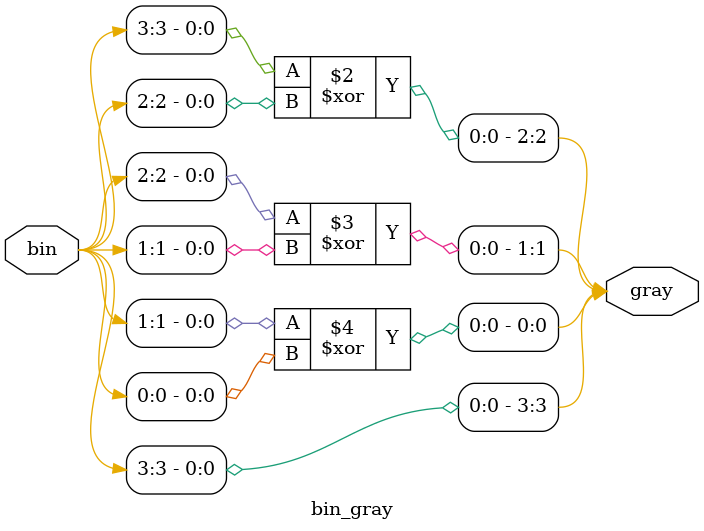
<source format=v>
`timescale 1ns / 1ps


module bin_gray(
input [3:0]bin,
output reg [3:0]gray);

   always @(*)begin
   
   gray[3] = bin[3];
   gray[2] = bin[3] ^ bin[2];
   gray[1] = bin[2] ^ bin[1];
   gray[0] = bin[1] ^ bin[0];
   end
endmodule

</source>
